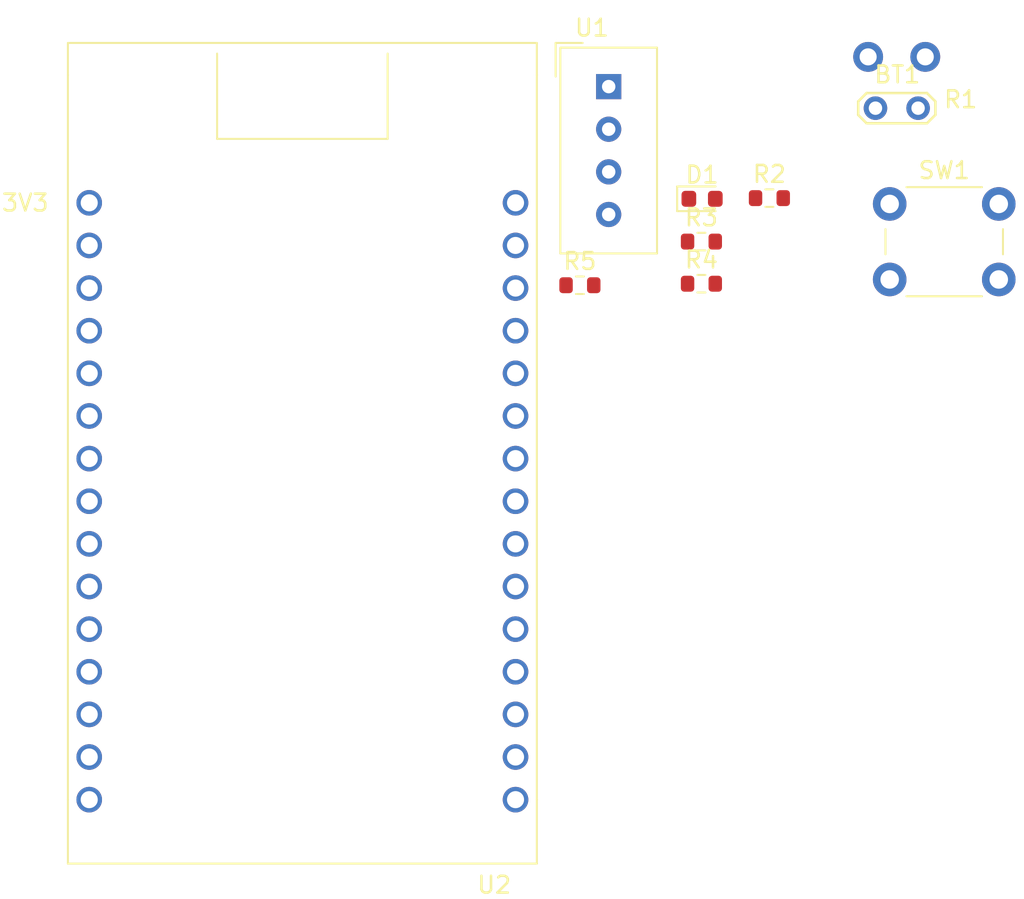
<source format=kicad_pcb>
(kicad_pcb (version 20171130) (host pcbnew "(5.1.9)-1")

  (general
    (thickness 1.6)
    (drawings 0)
    (tracks 0)
    (zones 0)
    (modules 10)
    (nets 32)
  )

  (page A4)
  (layers
    (0 F.Cu signal)
    (31 B.Cu signal)
    (32 B.Adhes user)
    (33 F.Adhes user)
    (34 B.Paste user)
    (35 F.Paste user)
    (36 B.SilkS user)
    (37 F.SilkS user)
    (38 B.Mask user)
    (39 F.Mask user)
    (40 Dwgs.User user)
    (41 Cmts.User user)
    (42 Eco1.User user)
    (43 Eco2.User user)
    (44 Edge.Cuts user)
    (45 Margin user)
    (46 B.CrtYd user)
    (47 F.CrtYd user)
    (48 B.Fab user)
    (49 F.Fab user)
  )

  (setup
    (last_trace_width 0.25)
    (trace_clearance 0.2)
    (zone_clearance 0.508)
    (zone_45_only no)
    (trace_min 0.2)
    (via_size 0.8)
    (via_drill 0.4)
    (via_min_size 0.4)
    (via_min_drill 0.3)
    (uvia_size 0.3)
    (uvia_drill 0.1)
    (uvias_allowed no)
    (uvia_min_size 0.2)
    (uvia_min_drill 0.1)
    (edge_width 0.05)
    (segment_width 0.2)
    (pcb_text_width 0.3)
    (pcb_text_size 1.5 1.5)
    (mod_edge_width 0.12)
    (mod_text_size 1 1)
    (mod_text_width 0.15)
    (pad_size 1.524 1.524)
    (pad_drill 0.762)
    (pad_to_mask_clearance 0)
    (aux_axis_origin 0 0)
    (visible_elements 7FFFFFFF)
    (pcbplotparams
      (layerselection 0x010fc_ffffffff)
      (usegerberextensions false)
      (usegerberattributes true)
      (usegerberadvancedattributes true)
      (creategerberjobfile true)
      (excludeedgelayer true)
      (linewidth 0.100000)
      (plotframeref false)
      (viasonmask false)
      (mode 1)
      (useauxorigin false)
      (hpglpennumber 1)
      (hpglpenspeed 20)
      (hpglpendiameter 15.000000)
      (psnegative false)
      (psa4output false)
      (plotreference true)
      (plotvalue true)
      (plotinvisibletext false)
      (padsonsilk false)
      (subtractmaskfromsilk false)
      (outputformat 1)
      (mirror false)
      (drillshape 1)
      (scaleselection 1)
      (outputdirectory ""))
  )

  (net 0 "")
  (net 1 VCC)
  (net 2 GND)
  (net 3 "Net-(D1-Pad1)")
  (net 4 LED)
  (net 5 +3V3)
  (net 6 LGHT)
  (net 7 DHT)
  (net 8 SWT)
  (net 9 "Net-(U1-Pad3)")
  (net 10 "Net-(U2-Pad3)")
  (net 11 "Net-(U2-Pad4)")
  (net 12 "Net-(U2-Pad5)")
  (net 13 "Net-(U2-Pad6)")
  (net 14 "Net-(U2-Pad7)")
  (net 15 "Net-(U2-Pad9)")
  (net 16 "Net-(U2-Pad10)")
  (net 17 "Net-(U2-Pad11)")
  (net 18 "Net-(U2-Pad12)")
  (net 19 "Net-(U2-Pad13)")
  (net 20 "Net-(U2-Pad14)")
  (net 21 "Net-(U2-Pad15)")
  (net 22 "Net-(U2-Pad16)")
  (net 23 "Net-(U2-Pad17)")
  (net 24 "Net-(U2-Pad18)")
  (net 25 "Net-(U2-Pad19)")
  (net 26 "Net-(U2-Pad20)")
  (net 27 "Net-(U2-Pad23)")
  (net 28 "Net-(U2-Pad24)")
  (net 29 "Net-(U2-Pad25)")
  (net 30 "Net-(U2-Pad26)")
  (net 31 "Net-(U2-Pad27)")

  (net_class Default "This is the default net class."
    (clearance 0.2)
    (trace_width 0.25)
    (via_dia 0.8)
    (via_drill 0.4)
    (uvia_dia 0.3)
    (uvia_drill 0.1)
    (add_net +3V3)
    (add_net DHT)
    (add_net GND)
    (add_net LED)
    (add_net LGHT)
    (add_net "Net-(D1-Pad1)")
    (add_net "Net-(U1-Pad3)")
    (add_net "Net-(U2-Pad10)")
    (add_net "Net-(U2-Pad11)")
    (add_net "Net-(U2-Pad12)")
    (add_net "Net-(U2-Pad13)")
    (add_net "Net-(U2-Pad14)")
    (add_net "Net-(U2-Pad15)")
    (add_net "Net-(U2-Pad16)")
    (add_net "Net-(U2-Pad17)")
    (add_net "Net-(U2-Pad18)")
    (add_net "Net-(U2-Pad19)")
    (add_net "Net-(U2-Pad20)")
    (add_net "Net-(U2-Pad23)")
    (add_net "Net-(U2-Pad24)")
    (add_net "Net-(U2-Pad25)")
    (add_net "Net-(U2-Pad26)")
    (add_net "Net-(U2-Pad27)")
    (add_net "Net-(U2-Pad3)")
    (add_net "Net-(U2-Pad4)")
    (add_net "Net-(U2-Pad5)")
    (add_net "Net-(U2-Pad6)")
    (add_net "Net-(U2-Pad7)")
    (add_net "Net-(U2-Pad9)")
    (add_net SWT)
    (add_net VCC)
  )

  (module Button_Switch_THT:SW_PUSH_6mm_H4.3mm (layer F.Cu) (tedit 5A02FE31) (tstamp 6101CD09)
    (at 138.684 60.198)
    (descr "tactile push button, 6x6mm e.g. PHAP33xx series, height=4.3mm")
    (tags "tact sw push 6mm")
    (path /6101D7F8)
    (fp_text reference SW1 (at 3.25 -2) (layer F.SilkS)
      (effects (font (size 1 1) (thickness 0.15)))
    )
    (fp_text value SW_Push (at 3.75 6.7) (layer F.Fab)
      (effects (font (size 1 1) (thickness 0.15)))
    )
    (fp_text user %R (at 3.25 2.25) (layer F.Fab)
      (effects (font (size 1 1) (thickness 0.15)))
    )
    (fp_line (start 3.25 -0.75) (end 6.25 -0.75) (layer F.Fab) (width 0.1))
    (fp_line (start 6.25 -0.75) (end 6.25 5.25) (layer F.Fab) (width 0.1))
    (fp_line (start 6.25 5.25) (end 0.25 5.25) (layer F.Fab) (width 0.1))
    (fp_line (start 0.25 5.25) (end 0.25 -0.75) (layer F.Fab) (width 0.1))
    (fp_line (start 0.25 -0.75) (end 3.25 -0.75) (layer F.Fab) (width 0.1))
    (fp_line (start 7.75 6) (end 8 6) (layer F.CrtYd) (width 0.05))
    (fp_line (start 8 6) (end 8 5.75) (layer F.CrtYd) (width 0.05))
    (fp_line (start 7.75 -1.5) (end 8 -1.5) (layer F.CrtYd) (width 0.05))
    (fp_line (start 8 -1.5) (end 8 -1.25) (layer F.CrtYd) (width 0.05))
    (fp_line (start -1.5 -1.25) (end -1.5 -1.5) (layer F.CrtYd) (width 0.05))
    (fp_line (start -1.5 -1.5) (end -1.25 -1.5) (layer F.CrtYd) (width 0.05))
    (fp_line (start -1.5 5.75) (end -1.5 6) (layer F.CrtYd) (width 0.05))
    (fp_line (start -1.5 6) (end -1.25 6) (layer F.CrtYd) (width 0.05))
    (fp_line (start -1.25 -1.5) (end 7.75 -1.5) (layer F.CrtYd) (width 0.05))
    (fp_line (start -1.5 5.75) (end -1.5 -1.25) (layer F.CrtYd) (width 0.05))
    (fp_line (start 7.75 6) (end -1.25 6) (layer F.CrtYd) (width 0.05))
    (fp_line (start 8 -1.25) (end 8 5.75) (layer F.CrtYd) (width 0.05))
    (fp_line (start 1 5.5) (end 5.5 5.5) (layer F.SilkS) (width 0.12))
    (fp_line (start -0.25 1.5) (end -0.25 3) (layer F.SilkS) (width 0.12))
    (fp_line (start 5.5 -1) (end 1 -1) (layer F.SilkS) (width 0.12))
    (fp_line (start 6.75 3) (end 6.75 1.5) (layer F.SilkS) (width 0.12))
    (fp_circle (center 3.25 2.25) (end 1.25 2.5) (layer F.Fab) (width 0.1))
    (pad 1 thru_hole circle (at 6.5 0 90) (size 2 2) (drill 1.1) (layers *.Cu *.Mask)
      (net 2 GND))
    (pad 2 thru_hole circle (at 6.5 4.5 90) (size 2 2) (drill 1.1) (layers *.Cu *.Mask)
      (net 8 SWT))
    (pad 1 thru_hole circle (at 0 0 90) (size 2 2) (drill 1.1) (layers *.Cu *.Mask)
      (net 2 GND))
    (pad 2 thru_hole circle (at 0 4.5 90) (size 2 2) (drill 1.1) (layers *.Cu *.Mask)
      (net 8 SWT))
    (model ${KISYS3DMOD}/Button_Switch_THT.3dshapes/SW_PUSH_6mm_H4.3mm.wrl
      (at (xyz 0 0 0))
      (scale (xyz 1 1 1))
      (rotate (xyz 0 0 0))
    )
  )

  (module lightSensorESP32:ESP32-BO (layer F.Cu) (tedit 6101BFDC) (tstamp 6101C0D7)
    (at 103.692001 55.051001)
    (path /60F165BF)
    (fp_text reference U2 (at 11.43 45.72) (layer F.SilkS)
      (effects (font (size 1 1) (thickness 0.15)))
    )
    (fp_text value ESP32-BO (at 0 -0.5) (layer F.Fab)
      (effects (font (size 1 1) (thickness 0.15)))
    )
    (fp_text user 3V3 (at -16.51 5.08) (layer F.SilkS)
      (effects (font (size 1 1) (thickness 0.15)))
    )
    (fp_line (start -13.97 40.64) (end -13.97 -2.54) (layer F.SilkS) (width 0.12))
    (fp_line (start -13.97 -4.445) (end 13.97 -4.445) (layer F.SilkS) (width 0.12))
    (fp_line (start 13.97 -2.54) (end 13.97 40.64) (layer F.SilkS) (width 0.12))
    (fp_line (start 13.97 44.45) (end -13.97 44.45) (layer F.SilkS) (width 0.12))
    (fp_line (start -13.97 40.64) (end -13.97 44.45) (layer F.SilkS) (width 0.12))
    (fp_line (start 13.97 40.64) (end 13.97 44.45) (layer F.SilkS) (width 0.12))
    (fp_line (start -13.97 -2.54) (end -13.97 -4.445) (layer F.SilkS) (width 0.12))
    (fp_line (start 13.97 -4.445) (end 13.97 -2.54) (layer F.SilkS) (width 0.12))
    (fp_line (start -5.08 -3.81) (end -5.08 1.27) (layer F.SilkS) (width 0.12))
    (fp_line (start -5.08 1.27) (end 5.08 1.27) (layer F.SilkS) (width 0.12))
    (fp_line (start 5.08 1.27) (end 5.08 -3.81) (layer F.SilkS) (width 0.12))
    (pad 30 thru_hole circle (at 12.7 5.08) (size 1.524 1.524) (drill 1.016) (layers *.Cu *.Mask)
      (net 1 VCC))
    (pad 29 thru_hole circle (at 12.7 7.62) (size 1.524 1.524) (drill 1.016) (layers *.Cu *.Mask)
      (net 2 GND))
    (pad 28 thru_hole circle (at 12.7 10.16) (size 1.524 1.524) (drill 1.016) (layers *.Cu *.Mask)
      (net 7 DHT))
    (pad 27 thru_hole circle (at 12.7 12.7) (size 1.524 1.524) (drill 1.016) (layers *.Cu *.Mask)
      (net 31 "Net-(U2-Pad27)"))
    (pad 26 thru_hole circle (at 12.7 15.24) (size 1.524 1.524) (drill 1.016) (layers *.Cu *.Mask)
      (net 30 "Net-(U2-Pad26)"))
    (pad 25 thru_hole circle (at 12.7 17.78) (size 1.524 1.524) (drill 1.016) (layers *.Cu *.Mask)
      (net 29 "Net-(U2-Pad25)"))
    (pad 24 thru_hole circle (at 12.7 20.32) (size 1.524 1.524) (drill 1.016) (layers *.Cu *.Mask)
      (net 28 "Net-(U2-Pad24)"))
    (pad 23 thru_hole circle (at 12.7 22.86) (size 1.524 1.524) (drill 1.016) (layers *.Cu *.Mask)
      (net 27 "Net-(U2-Pad23)"))
    (pad 22 thru_hole circle (at 12.7 25.4) (size 1.524 1.524) (drill 1.016) (layers *.Cu *.Mask)
      (net 8 SWT))
    (pad 21 thru_hole circle (at 12.7 27.94) (size 1.524 1.524) (drill 1.016) (layers *.Cu *.Mask)
      (net 6 LGHT))
    (pad 20 thru_hole circle (at 12.7 30.48) (size 1.524 1.524) (drill 1.016) (layers *.Cu *.Mask)
      (net 26 "Net-(U2-Pad20)"))
    (pad 19 thru_hole circle (at 12.7 33.02) (size 1.524 1.524) (drill 1.016) (layers *.Cu *.Mask)
      (net 25 "Net-(U2-Pad19)"))
    (pad 18 thru_hole circle (at 12.7 35.56) (size 1.524 1.524) (drill 1.016) (layers *.Cu *.Mask)
      (net 24 "Net-(U2-Pad18)"))
    (pad 17 thru_hole circle (at 12.7 38.1) (size 1.524 1.524) (drill 1.016) (layers *.Cu *.Mask)
      (net 23 "Net-(U2-Pad17)"))
    (pad 16 thru_hole circle (at 12.7 40.64) (size 1.524 1.524) (drill 1.016) (layers *.Cu *.Mask)
      (net 22 "Net-(U2-Pad16)"))
    (pad 15 thru_hole circle (at -12.7 40.64) (size 1.524 1.524) (drill 1.016) (layers *.Cu *.Mask)
      (net 21 "Net-(U2-Pad15)"))
    (pad 14 thru_hole circle (at -12.7 38.1) (size 1.524 1.524) (drill 1.016) (layers *.Cu *.Mask)
      (net 20 "Net-(U2-Pad14)"))
    (pad 13 thru_hole circle (at -12.7 35.56) (size 1.524 1.524) (drill 1.016) (layers *.Cu *.Mask)
      (net 19 "Net-(U2-Pad13)"))
    (pad 12 thru_hole circle (at -12.7 33.02) (size 1.524 1.524) (drill 1.016) (layers *.Cu *.Mask)
      (net 18 "Net-(U2-Pad12)"))
    (pad 11 thru_hole circle (at -12.7 30.48) (size 1.524 1.524) (drill 1.016) (layers *.Cu *.Mask)
      (net 17 "Net-(U2-Pad11)"))
    (pad 10 thru_hole circle (at -12.7 27.94) (size 1.524 1.524) (drill 1.016) (layers *.Cu *.Mask)
      (net 16 "Net-(U2-Pad10)"))
    (pad 9 thru_hole circle (at -12.7 25.4) (size 1.524 1.524) (drill 1.016) (layers *.Cu *.Mask)
      (net 15 "Net-(U2-Pad9)"))
    (pad 8 thru_hole circle (at -12.7 22.86) (size 1.524 1.524) (drill 1.016) (layers *.Cu *.Mask)
      (net 4 LED))
    (pad 7 thru_hole circle (at -12.7 20.32) (size 1.524 1.524) (drill 1.016) (layers *.Cu *.Mask)
      (net 14 "Net-(U2-Pad7)"))
    (pad 6 thru_hole circle (at -12.7 17.78) (size 1.524 1.524) (drill 1.016) (layers *.Cu *.Mask)
      (net 13 "Net-(U2-Pad6)"))
    (pad 5 thru_hole circle (at -12.7 15.24) (size 1.524 1.524) (drill 1.016) (layers *.Cu *.Mask)
      (net 12 "Net-(U2-Pad5)"))
    (pad 4 thru_hole circle (at -12.7 12.7) (size 1.524 1.524) (drill 1.016) (layers *.Cu *.Mask)
      (net 11 "Net-(U2-Pad4)"))
    (pad 3 thru_hole circle (at -12.7 10.16) (size 1.524 1.524) (drill 1.016) (layers *.Cu *.Mask)
      (net 10 "Net-(U2-Pad3)"))
    (pad 2 thru_hole circle (at -12.7 7.62) (size 1.524 1.524) (drill 1.016) (layers *.Cu *.Mask)
      (net 2 GND))
    (pad 1 thru_hole circle (at -12.7 5.08) (size 1.524 1.524) (drill 1.016) (layers *.Cu *.Mask)
      (net 5 +3V3))
  )

  (module TestPoint:TestPoint_2Pads_Pitch2.54mm_Drill0.8mm (layer F.Cu) (tedit 5A0F774F) (tstamp 6101C01A)
    (at 137.837001 54.491001)
    (descr "Test point with 2 pins, pitch 2.54mm, drill diameter 0.8mm")
    (tags "CONN DEV")
    (path /60E5549B)
    (attr virtual)
    (fp_text reference BT1 (at 1.3 -2) (layer F.SilkS)
      (effects (font (size 1 1) (thickness 0.15)))
    )
    (fp_text value Battery_Cell (at 1.27 2) (layer F.Fab)
      (effects (font (size 1 1) (thickness 0.15)))
    )
    (fp_line (start -0.65 1.15) (end 3.15 1.15) (layer F.CrtYd) (width 0.05))
    (fp_line (start 3.15 1.15) (end 3.8 0.5) (layer F.CrtYd) (width 0.05))
    (fp_line (start 3.8 0.5) (end 3.8 -0.5) (layer F.CrtYd) (width 0.05))
    (fp_line (start 3.8 -0.5) (end 3.15 -1.15) (layer F.CrtYd) (width 0.05))
    (fp_line (start 3.15 -1.15) (end -0.65 -1.15) (layer F.CrtYd) (width 0.05))
    (fp_line (start -0.65 -1.15) (end -1.3 -0.5) (layer F.CrtYd) (width 0.05))
    (fp_line (start -1.3 -0.5) (end -1.3 0.5) (layer F.CrtYd) (width 0.05))
    (fp_line (start -1.3 0.5) (end -0.65 1.15) (layer F.CrtYd) (width 0.05))
    (fp_line (start -0.53 -0.9) (end 3.07 -0.9) (layer F.SilkS) (width 0.15))
    (fp_line (start 3.07 -0.9) (end 3.57 -0.4) (layer F.SilkS) (width 0.15))
    (fp_line (start 3.57 -0.4) (end 3.57 0.4) (layer F.SilkS) (width 0.15))
    (fp_line (start 3.57 0.4) (end 3.07 0.9) (layer F.SilkS) (width 0.15))
    (fp_line (start 3.07 0.9) (end -0.53 0.9) (layer F.SilkS) (width 0.15))
    (fp_line (start -0.53 0.9) (end -1.03 0.4) (layer F.SilkS) (width 0.15))
    (fp_line (start -1.03 0.4) (end -1.03 -0.4) (layer F.SilkS) (width 0.15))
    (fp_line (start -1.03 -0.4) (end -0.53 -0.9) (layer F.SilkS) (width 0.15))
    (fp_text user %R (at 1.3 -2) (layer F.Fab)
      (effects (font (size 1 1) (thickness 0.15)))
    )
    (pad 1 thru_hole circle (at 0 0) (size 1.4 1.4) (drill 0.8) (layers *.Cu *.Mask)
      (net 1 VCC))
    (pad 2 thru_hole circle (at 2.54 0) (size 1.4 1.4) (drill 0.8) (layers *.Cu *.Mask)
      (net 2 GND))
  )

  (module LED_SMD:LED_0603_1608Metric (layer F.Cu) (tedit 5F68FEF1) (tstamp 6101C02D)
    (at 127.507001 59.891001)
    (descr "LED SMD 0603 (1608 Metric), square (rectangular) end terminal, IPC_7351 nominal, (Body size source: http://www.tortai-tech.com/upload/download/2011102023233369053.pdf), generated with kicad-footprint-generator")
    (tags LED)
    (path /6101D173)
    (attr smd)
    (fp_text reference D1 (at 0 -1.43) (layer F.SilkS)
      (effects (font (size 1 1) (thickness 0.15)))
    )
    (fp_text value LED (at 0 1.43) (layer F.Fab)
      (effects (font (size 1 1) (thickness 0.15)))
    )
    (fp_line (start 0.8 -0.4) (end -0.5 -0.4) (layer F.Fab) (width 0.1))
    (fp_line (start -0.5 -0.4) (end -0.8 -0.1) (layer F.Fab) (width 0.1))
    (fp_line (start -0.8 -0.1) (end -0.8 0.4) (layer F.Fab) (width 0.1))
    (fp_line (start -0.8 0.4) (end 0.8 0.4) (layer F.Fab) (width 0.1))
    (fp_line (start 0.8 0.4) (end 0.8 -0.4) (layer F.Fab) (width 0.1))
    (fp_line (start 0.8 -0.735) (end -1.485 -0.735) (layer F.SilkS) (width 0.12))
    (fp_line (start -1.485 -0.735) (end -1.485 0.735) (layer F.SilkS) (width 0.12))
    (fp_line (start -1.485 0.735) (end 0.8 0.735) (layer F.SilkS) (width 0.12))
    (fp_line (start -1.48 0.73) (end -1.48 -0.73) (layer F.CrtYd) (width 0.05))
    (fp_line (start -1.48 -0.73) (end 1.48 -0.73) (layer F.CrtYd) (width 0.05))
    (fp_line (start 1.48 -0.73) (end 1.48 0.73) (layer F.CrtYd) (width 0.05))
    (fp_line (start 1.48 0.73) (end -1.48 0.73) (layer F.CrtYd) (width 0.05))
    (fp_text user %R (at 0 0) (layer F.Fab)
      (effects (font (size 0.4 0.4) (thickness 0.06)))
    )
    (pad 1 smd roundrect (at -0.7875 0) (size 0.875 0.95) (layers F.Cu F.Paste F.Mask) (roundrect_rratio 0.25)
      (net 3 "Net-(D1-Pad1)"))
    (pad 2 smd roundrect (at 0.7875 0) (size 0.875 0.95) (layers F.Cu F.Paste F.Mask) (roundrect_rratio 0.25)
      (net 4 LED))
    (model ${KISYS3DMOD}/LED_SMD.3dshapes/LED_0603_1608Metric.wrl
      (at (xyz 0 0 0))
      (scale (xyz 1 1 1))
      (rotate (xyz 0 0 0))
    )
  )

  (module lightSensorESP32:CdS_Adafruit (layer F.Cu) (tedit 61016CEC) (tstamp 6101C033)
    (at 139.1028 51.435)
    (path /60E4F4D5)
    (fp_text reference R1 (at 3.81 2.54) (layer F.SilkS)
      (effects (font (size 1 1) (thickness 0.15)))
    )
    (fp_text value R_PHOTO (at -2.54 -2.54) (layer F.Fab)
      (effects (font (size 1 1) (thickness 0.15)))
    )
    (pad 1 thru_hole circle (at -1.7018 0) (size 1.778 1.778) (drill 1.016) (layers *.Cu *.Mask)
      (net 5 +3V3))
    (pad 2 thru_hole circle (at 1.7018 0) (size 1.778 1.778) (drill 1.016) (layers *.Cu *.Mask)
      (net 6 LGHT))
  )

  (module Resistor_SMD:R_0603_1608Metric (layer F.Cu) (tedit 5F68FEEE) (tstamp 6101C044)
    (at 131.517001 59.851001)
    (descr "Resistor SMD 0603 (1608 Metric), square (rectangular) end terminal, IPC_7351 nominal, (Body size source: IPC-SM-782 page 72, https://www.pcb-3d.com/wordpress/wp-content/uploads/ipc-sm-782a_amendment_1_and_2.pdf), generated with kicad-footprint-generator")
    (tags resistor)
    (path /60E51DCF)
    (attr smd)
    (fp_text reference R2 (at 0 -1.43) (layer F.SilkS)
      (effects (font (size 1 1) (thickness 0.15)))
    )
    (fp_text value R_Small_US (at 0 1.43) (layer F.Fab)
      (effects (font (size 1 1) (thickness 0.15)))
    )
    (fp_line (start -0.8 0.4125) (end -0.8 -0.4125) (layer F.Fab) (width 0.1))
    (fp_line (start -0.8 -0.4125) (end 0.8 -0.4125) (layer F.Fab) (width 0.1))
    (fp_line (start 0.8 -0.4125) (end 0.8 0.4125) (layer F.Fab) (width 0.1))
    (fp_line (start 0.8 0.4125) (end -0.8 0.4125) (layer F.Fab) (width 0.1))
    (fp_line (start -0.237258 -0.5225) (end 0.237258 -0.5225) (layer F.SilkS) (width 0.12))
    (fp_line (start -0.237258 0.5225) (end 0.237258 0.5225) (layer F.SilkS) (width 0.12))
    (fp_line (start -1.48 0.73) (end -1.48 -0.73) (layer F.CrtYd) (width 0.05))
    (fp_line (start -1.48 -0.73) (end 1.48 -0.73) (layer F.CrtYd) (width 0.05))
    (fp_line (start 1.48 -0.73) (end 1.48 0.73) (layer F.CrtYd) (width 0.05))
    (fp_line (start 1.48 0.73) (end -1.48 0.73) (layer F.CrtYd) (width 0.05))
    (fp_text user %R (at 0 0) (layer F.Fab)
      (effects (font (size 0.4 0.4) (thickness 0.06)))
    )
    (pad 1 smd roundrect (at -0.825 0) (size 0.8 0.95) (layers F.Cu F.Paste F.Mask) (roundrect_rratio 0.25)
      (net 6 LGHT))
    (pad 2 smd roundrect (at 0.825 0) (size 0.8 0.95) (layers F.Cu F.Paste F.Mask) (roundrect_rratio 0.25)
      (net 2 GND))
    (model ${KISYS3DMOD}/Resistor_SMD.3dshapes/R_0603_1608Metric.wrl
      (at (xyz 0 0 0))
      (scale (xyz 1 1 1))
      (rotate (xyz 0 0 0))
    )
  )

  (module Resistor_SMD:R_0603_1608Metric (layer F.Cu) (tedit 5F68FEEE) (tstamp 6101C055)
    (at 127.467001 62.441001)
    (descr "Resistor SMD 0603 (1608 Metric), square (rectangular) end terminal, IPC_7351 nominal, (Body size source: IPC-SM-782 page 72, https://www.pcb-3d.com/wordpress/wp-content/uploads/ipc-sm-782a_amendment_1_and_2.pdf), generated with kicad-footprint-generator")
    (tags resistor)
    (path /60F0DEE6)
    (attr smd)
    (fp_text reference R3 (at 0 -1.43) (layer F.SilkS)
      (effects (font (size 1 1) (thickness 0.15)))
    )
    (fp_text value R_Small_US (at 0 1.43) (layer F.Fab)
      (effects (font (size 1 1) (thickness 0.15)))
    )
    (fp_line (start 1.48 0.73) (end -1.48 0.73) (layer F.CrtYd) (width 0.05))
    (fp_line (start 1.48 -0.73) (end 1.48 0.73) (layer F.CrtYd) (width 0.05))
    (fp_line (start -1.48 -0.73) (end 1.48 -0.73) (layer F.CrtYd) (width 0.05))
    (fp_line (start -1.48 0.73) (end -1.48 -0.73) (layer F.CrtYd) (width 0.05))
    (fp_line (start -0.237258 0.5225) (end 0.237258 0.5225) (layer F.SilkS) (width 0.12))
    (fp_line (start -0.237258 -0.5225) (end 0.237258 -0.5225) (layer F.SilkS) (width 0.12))
    (fp_line (start 0.8 0.4125) (end -0.8 0.4125) (layer F.Fab) (width 0.1))
    (fp_line (start 0.8 -0.4125) (end 0.8 0.4125) (layer F.Fab) (width 0.1))
    (fp_line (start -0.8 -0.4125) (end 0.8 -0.4125) (layer F.Fab) (width 0.1))
    (fp_line (start -0.8 0.4125) (end -0.8 -0.4125) (layer F.Fab) (width 0.1))
    (fp_text user %R (at 0 0) (layer F.Fab)
      (effects (font (size 0.4 0.4) (thickness 0.06)))
    )
    (pad 2 smd roundrect (at 0.825 0) (size 0.8 0.95) (layers F.Cu F.Paste F.Mask) (roundrect_rratio 0.25)
      (net 7 DHT))
    (pad 1 smd roundrect (at -0.825 0) (size 0.8 0.95) (layers F.Cu F.Paste F.Mask) (roundrect_rratio 0.25)
      (net 5 +3V3))
    (model ${KISYS3DMOD}/Resistor_SMD.3dshapes/R_0603_1608Metric.wrl
      (at (xyz 0 0 0))
      (scale (xyz 1 1 1))
      (rotate (xyz 0 0 0))
    )
  )

  (module Resistor_SMD:R_0603_1608Metric (layer F.Cu) (tedit 5F68FEEE) (tstamp 6101C066)
    (at 127.467001 64.951001)
    (descr "Resistor SMD 0603 (1608 Metric), square (rectangular) end terminal, IPC_7351 nominal, (Body size source: IPC-SM-782 page 72, https://www.pcb-3d.com/wordpress/wp-content/uploads/ipc-sm-782a_amendment_1_and_2.pdf), generated with kicad-footprint-generator")
    (tags resistor)
    (path /61018497)
    (attr smd)
    (fp_text reference R4 (at 0 -1.43) (layer F.SilkS)
      (effects (font (size 1 1) (thickness 0.15)))
    )
    (fp_text value R_Small_US (at 0 1.43) (layer F.Fab)
      (effects (font (size 1 1) (thickness 0.15)))
    )
    (fp_line (start -0.8 0.4125) (end -0.8 -0.4125) (layer F.Fab) (width 0.1))
    (fp_line (start -0.8 -0.4125) (end 0.8 -0.4125) (layer F.Fab) (width 0.1))
    (fp_line (start 0.8 -0.4125) (end 0.8 0.4125) (layer F.Fab) (width 0.1))
    (fp_line (start 0.8 0.4125) (end -0.8 0.4125) (layer F.Fab) (width 0.1))
    (fp_line (start -0.237258 -0.5225) (end 0.237258 -0.5225) (layer F.SilkS) (width 0.12))
    (fp_line (start -0.237258 0.5225) (end 0.237258 0.5225) (layer F.SilkS) (width 0.12))
    (fp_line (start -1.48 0.73) (end -1.48 -0.73) (layer F.CrtYd) (width 0.05))
    (fp_line (start -1.48 -0.73) (end 1.48 -0.73) (layer F.CrtYd) (width 0.05))
    (fp_line (start 1.48 -0.73) (end 1.48 0.73) (layer F.CrtYd) (width 0.05))
    (fp_line (start 1.48 0.73) (end -1.48 0.73) (layer F.CrtYd) (width 0.05))
    (fp_text user %R (at 0 0) (layer F.Fab)
      (effects (font (size 0.4 0.4) (thickness 0.06)))
    )
    (pad 1 smd roundrect (at -0.825 0) (size 0.8 0.95) (layers F.Cu F.Paste F.Mask) (roundrect_rratio 0.25)
      (net 8 SWT))
    (pad 2 smd roundrect (at 0.825 0) (size 0.8 0.95) (layers F.Cu F.Paste F.Mask) (roundrect_rratio 0.25)
      (net 5 +3V3))
    (model ${KISYS3DMOD}/Resistor_SMD.3dshapes/R_0603_1608Metric.wrl
      (at (xyz 0 0 0))
      (scale (xyz 1 1 1))
      (rotate (xyz 0 0 0))
    )
  )

  (module Resistor_SMD:R_0603_1608Metric (layer F.Cu) (tedit 5F68FEEE) (tstamp 6101C077)
    (at 120.227001 65.041001)
    (descr "Resistor SMD 0603 (1608 Metric), square (rectangular) end terminal, IPC_7351 nominal, (Body size source: IPC-SM-782 page 72, https://www.pcb-3d.com/wordpress/wp-content/uploads/ipc-sm-782a_amendment_1_and_2.pdf), generated with kicad-footprint-generator")
    (tags resistor)
    (path /6101E4EC)
    (attr smd)
    (fp_text reference R5 (at 0 -1.43) (layer F.SilkS)
      (effects (font (size 1 1) (thickness 0.15)))
    )
    (fp_text value R_Small_US (at 0 1.43) (layer F.Fab)
      (effects (font (size 1 1) (thickness 0.15)))
    )
    (fp_line (start 1.48 0.73) (end -1.48 0.73) (layer F.CrtYd) (width 0.05))
    (fp_line (start 1.48 -0.73) (end 1.48 0.73) (layer F.CrtYd) (width 0.05))
    (fp_line (start -1.48 -0.73) (end 1.48 -0.73) (layer F.CrtYd) (width 0.05))
    (fp_line (start -1.48 0.73) (end -1.48 -0.73) (layer F.CrtYd) (width 0.05))
    (fp_line (start -0.237258 0.5225) (end 0.237258 0.5225) (layer F.SilkS) (width 0.12))
    (fp_line (start -0.237258 -0.5225) (end 0.237258 -0.5225) (layer F.SilkS) (width 0.12))
    (fp_line (start 0.8 0.4125) (end -0.8 0.4125) (layer F.Fab) (width 0.1))
    (fp_line (start 0.8 -0.4125) (end 0.8 0.4125) (layer F.Fab) (width 0.1))
    (fp_line (start -0.8 -0.4125) (end 0.8 -0.4125) (layer F.Fab) (width 0.1))
    (fp_line (start -0.8 0.4125) (end -0.8 -0.4125) (layer F.Fab) (width 0.1))
    (fp_text user %R (at 0 0) (layer F.Fab)
      (effects (font (size 0.4 0.4) (thickness 0.06)))
    )
    (pad 2 smd roundrect (at 0.825 0) (size 0.8 0.95) (layers F.Cu F.Paste F.Mask) (roundrect_rratio 0.25)
      (net 3 "Net-(D1-Pad1)"))
    (pad 1 smd roundrect (at -0.825 0) (size 0.8 0.95) (layers F.Cu F.Paste F.Mask) (roundrect_rratio 0.25)
      (net 2 GND))
    (model ${KISYS3DMOD}/Resistor_SMD.3dshapes/R_0603_1608Metric.wrl
      (at (xyz 0 0 0))
      (scale (xyz 1 1 1))
      (rotate (xyz 0 0 0))
    )
  )

  (module Sensor:Aosong_DHT11_5.5x12.0_P2.54mm (layer F.Cu) (tedit 5C4B60CF) (tstamp 6101C0AE)
    (at 121.942001 53.206001)
    (descr "Temperature and humidity module, http://akizukidenshi.com/download/ds/aosong/DHT11.pdf")
    (tags "Temperature and humidity module")
    (path /60F0CFA4)
    (fp_text reference U1 (at -1 -3.5) (layer F.SilkS)
      (effects (font (size 1 1) (thickness 0.15)))
    )
    (fp_text value DHT11 (at 0 11.3) (layer F.Fab)
      (effects (font (size 1 1) (thickness 0.15)))
    )
    (fp_line (start -1.75 -2.19) (end 2.75 -2.19) (layer F.Fab) (width 0.1))
    (fp_line (start 2.75 -2.19) (end 2.75 9.81) (layer F.Fab) (width 0.1))
    (fp_line (start 2.75 9.81) (end -2.75 9.81) (layer F.Fab) (width 0.1))
    (fp_line (start -2.75 -1.19) (end -2.75 9.81) (layer F.Fab) (width 0.1))
    (fp_line (start -2.87 -2.32) (end 2.87 -2.32) (layer F.SilkS) (width 0.12))
    (fp_line (start 2.88 -2.32) (end 2.88 9.94) (layer F.SilkS) (width 0.12))
    (fp_line (start 2.88 9.94) (end -2.88 9.94) (layer F.SilkS) (width 0.12))
    (fp_line (start -2.88 9.94) (end -2.88 -2.31) (layer F.SilkS) (width 0.12))
    (fp_line (start -3 -2.44) (end 3 -2.44) (layer F.CrtYd) (width 0.05))
    (fp_line (start 3 -2.44) (end 3 10.06) (layer F.CrtYd) (width 0.05))
    (fp_line (start 3 10.06) (end -3 10.06) (layer F.CrtYd) (width 0.05))
    (fp_line (start -3 10.06) (end -3 -2.44) (layer F.CrtYd) (width 0.05))
    (fp_line (start -2.75 -1.19) (end -1.75 -2.19) (layer F.Fab) (width 0.1))
    (fp_line (start -3.16 -2.6) (end -3.16 -0.6) (layer F.SilkS) (width 0.12))
    (fp_line (start -3.16 -2.6) (end -1.55 -2.6) (layer F.SilkS) (width 0.12))
    (fp_text user %R (at 0 3.81) (layer F.Fab)
      (effects (font (size 1 1) (thickness 0.15)))
    )
    (pad 1 thru_hole rect (at 0 0) (size 1.5 1.5) (drill 0.8) (layers *.Cu *.Mask)
      (net 5 +3V3))
    (pad 2 thru_hole circle (at 0 2.54) (size 1.5 1.5) (drill 0.8) (layers *.Cu *.Mask)
      (net 7 DHT))
    (pad 3 thru_hole circle (at 0 5.08) (size 1.5 1.5) (drill 0.8) (layers *.Cu *.Mask)
      (net 9 "Net-(U1-Pad3)"))
    (pad 4 thru_hole circle (at 0 7.62) (size 1.5 1.5) (drill 0.8) (layers *.Cu *.Mask)
      (net 2 GND))
    (model ${KISYS3DMOD}/Sensor.3dshapes/Aosong_DHT11_5.5x12.0_P2.54mm.wrl
      (at (xyz 0 0 0))
      (scale (xyz 1 1 1))
      (rotate (xyz 0 0 0))
    )
  )

)

</source>
